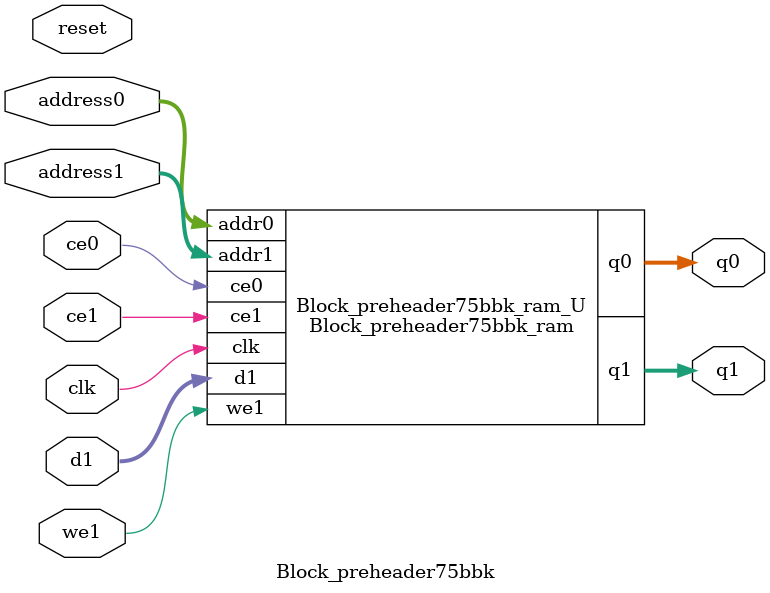
<source format=v>
`timescale 1 ns / 1 ps
module Block_preheader75bbk_ram (addr0, ce0, q0, addr1, ce1, d1, we1, q1,  clk);

parameter DWIDTH = 5;
parameter AWIDTH = 7;
parameter MEM_SIZE = 96;

input[AWIDTH-1:0] addr0;
input ce0;
output reg[DWIDTH-1:0] q0;
input[AWIDTH-1:0] addr1;
input ce1;
input[DWIDTH-1:0] d1;
input we1;
output reg[DWIDTH-1:0] q1;
input clk;

(* ram_style = "distributed" *)reg [DWIDTH-1:0] ram[0:MEM_SIZE-1];




always @(posedge clk)  
begin 
    if (ce0) begin
        q0 <= ram[addr0];
    end
end


always @(posedge clk)  
begin 
    if (ce1) begin
        if (we1) 
            ram[addr1] <= d1; 
        q1 <= ram[addr1];
    end
end


endmodule

`timescale 1 ns / 1 ps
module Block_preheader75bbk(
    reset,
    clk,
    address0,
    ce0,
    q0,
    address1,
    ce1,
    we1,
    d1,
    q1);

parameter DataWidth = 32'd5;
parameter AddressRange = 32'd96;
parameter AddressWidth = 32'd7;
input reset;
input clk;
input[AddressWidth - 1:0] address0;
input ce0;
output[DataWidth - 1:0] q0;
input[AddressWidth - 1:0] address1;
input ce1;
input we1;
input[DataWidth - 1:0] d1;
output[DataWidth - 1:0] q1;



Block_preheader75bbk_ram Block_preheader75bbk_ram_U(
    .clk( clk ),
    .addr0( address0 ),
    .ce0( ce0 ),
    .q0( q0 ),
    .addr1( address1 ),
    .ce1( ce1 ),
    .we1( we1 ),
    .d1( d1 ),
    .q1( q1 ));

endmodule


</source>
